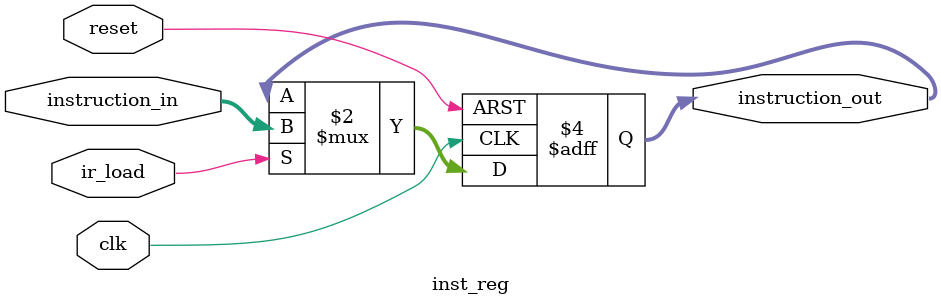
<source format=v>
module inst_reg (
    input wire clk,
    input wire reset,
    input wire ir_load,
    input wire [15:0] instruction_in,
    output reg [15:0] instruction_out
);

    always @(posedge clk or posedge reset) begin
        if (reset) begin
            instruction_out <= 16'b0;
		end
        else if (ir_load) begin
            instruction_out <= instruction_in;
		end
    end
endmodule
</source>
